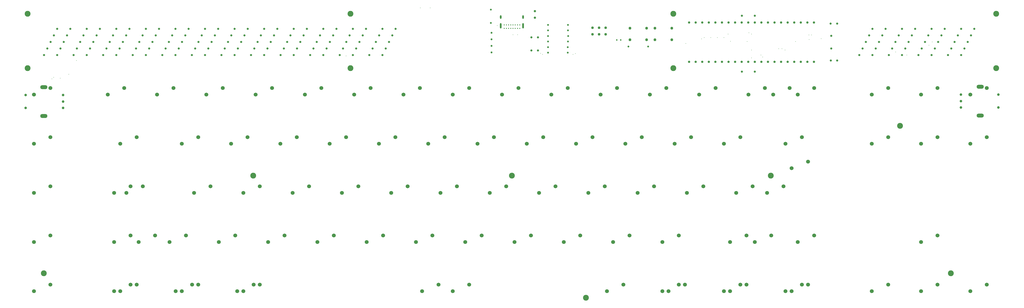
<source format=gbr>
%TF.GenerationSoftware,Altium Limited,Altium Designer,22.1.2 (22)*%
G04 Layer_Color=0*
%FSLAX26Y26*%
%MOIN*%
%TF.SameCoordinates,6AB8E791-3C66-40CF-9B94-9E67D8B32DB7*%
%TF.FilePolarity,Positive*%
%TF.FileFunction,Plated,1,2,PTH,Drill*%
%TF.Part,Single*%
G01*
G75*
%TA.AperFunction,ComponentDrill*%
%ADD88C,0.059000*%
%ADD89C,0.031496*%
%ADD90C,0.039370*%
%ADD91O,0.110236X0.059055*%
%ADD92C,0.089000*%
%ADD93C,0.030000*%
%ADD94C,0.035433*%
%ADD95C,0.031496*%
%ADD96C,0.015748*%
%ADD97O,0.023622X0.082677*%
%ADD98O,0.023622X0.055118*%
%ADD99C,0.027559*%
%ADD100C,0.027559*%
%ADD101C,0.043307*%
%ADD102C,0.040000*%
%ADD103C,0.023622*%
%TA.AperFunction,ViaDrill,NotFilled*%
%ADD104C,0.011811*%
D88*
X8115250Y481000D02*
D03*
X8365250Y581000D02*
D03*
X12709000Y1231000D02*
D03*
X12959000Y1331000D02*
D03*
X13615000D02*
D03*
X13365000Y1231000D02*
D03*
X12335000D02*
D03*
X12585000Y1331000D02*
D03*
X8365236Y3581000D02*
D03*
X8115236Y3481000D02*
D03*
X15240250Y1231000D02*
D03*
X15490250Y1331000D02*
D03*
X13146500Y2081000D02*
D03*
X12896500Y1981000D02*
D03*
X13240250Y3581000D02*
D03*
X12990250Y3481000D02*
D03*
X7896500Y581000D02*
D03*
X7646500Y481000D02*
D03*
X14740250Y3581000D02*
D03*
X14490250Y3481000D02*
D03*
X6115250Y3581000D02*
D03*
X5865250Y3481000D02*
D03*
X13427750Y581000D02*
D03*
X13177750Y481000D02*
D03*
X12490250Y581000D02*
D03*
X12240250Y481000D02*
D03*
X11552750Y581000D02*
D03*
X11302750Y481000D02*
D03*
X5177750Y581000D02*
D03*
X4927750Y481000D02*
D03*
X4240250Y581000D02*
D03*
X3990250Y481000D02*
D03*
X3302750Y581000D02*
D03*
X3052750Y481000D02*
D03*
X16240250Y581000D02*
D03*
X15990250Y481000D02*
D03*
X15490250Y581000D02*
D03*
X15240250Y481000D02*
D03*
X14740250Y581000D02*
D03*
X14490250Y481000D02*
D03*
X13521500Y581000D02*
D03*
X13271500Y481000D02*
D03*
X12584000Y581000D02*
D03*
X12334000Y481000D02*
D03*
X11646500Y581000D02*
D03*
X11396500Y481000D02*
D03*
X10709000Y581000D02*
D03*
X10459000Y481000D02*
D03*
X5084000Y581000D02*
D03*
X4834000Y481000D02*
D03*
X4146500Y581000D02*
D03*
X3896500Y481000D02*
D03*
X3209000Y581000D02*
D03*
X2959000Y481000D02*
D03*
X1990250Y581000D02*
D03*
X1740250Y481000D02*
D03*
X3209000Y1331000D02*
D03*
X2959000Y1231000D02*
D03*
X11552750Y1331000D02*
D03*
X11302750Y1231000D02*
D03*
X10802750Y1331000D02*
D03*
X10552750Y1231000D02*
D03*
X10052750Y1331000D02*
D03*
X9802750Y1231000D02*
D03*
X9302750Y1331000D02*
D03*
X9052750Y1231000D02*
D03*
X8552750Y1331000D02*
D03*
X8302750Y1231000D02*
D03*
X7802750Y1331000D02*
D03*
X7552750Y1231000D02*
D03*
X7052750Y1331000D02*
D03*
X6802750Y1231000D02*
D03*
X6302750Y1331000D02*
D03*
X6052750Y1231000D02*
D03*
X5552750Y1331000D02*
D03*
X5302750Y1231000D02*
D03*
X4802750Y1331000D02*
D03*
X4552750Y1231000D02*
D03*
X4052750Y1331000D02*
D03*
X3802750Y1231000D02*
D03*
X3584000Y1331000D02*
D03*
X3334000Y1231000D02*
D03*
X1990250Y1331000D02*
D03*
X1740250Y1231000D02*
D03*
X13521500Y2456000D02*
D03*
X13271500Y2356000D02*
D03*
X12677750Y2081000D02*
D03*
X12427750Y1981000D02*
D03*
X11927750Y2081000D02*
D03*
X11677750Y1981000D02*
D03*
X11177750Y2081000D02*
D03*
X10927750Y1981000D02*
D03*
X10427750Y2081000D02*
D03*
X10177750Y1981000D02*
D03*
X9677750Y2081000D02*
D03*
X9427750Y1981000D02*
D03*
X8927750Y2081000D02*
D03*
X8677750Y1981000D02*
D03*
X8177750Y2081000D02*
D03*
X7927750Y1981000D02*
D03*
X7427750Y2081000D02*
D03*
X7177750Y1981000D02*
D03*
X6677750Y2081000D02*
D03*
X6427750Y1981000D02*
D03*
X5927750Y2081000D02*
D03*
X5677750Y1981000D02*
D03*
X5177750Y2081000D02*
D03*
X4927750Y1981000D02*
D03*
X4427750Y2081000D02*
D03*
X4177750Y1981000D02*
D03*
X3209000Y2081000D02*
D03*
X3396500D02*
D03*
X3146500Y1981000D02*
D03*
X2959000D02*
D03*
X1990250Y2081000D02*
D03*
X1740250Y1981000D02*
D03*
X16240250Y2831000D02*
D03*
X15990250Y2731000D02*
D03*
X15490250Y2831000D02*
D03*
X15240250Y2731000D02*
D03*
X14740250Y2831000D02*
D03*
X14490250Y2731000D02*
D03*
X13427750Y2831000D02*
D03*
X13177750Y2731000D02*
D03*
X12490250Y2831000D02*
D03*
X12240250Y2731000D02*
D03*
X11740250Y2831000D02*
D03*
X11490250Y2731000D02*
D03*
X10990250Y2831000D02*
D03*
X10740250Y2731000D02*
D03*
X10240250Y2831000D02*
D03*
X9990250Y2731000D02*
D03*
X9490250Y2831000D02*
D03*
X9240250Y2731000D02*
D03*
X8740250Y2831000D02*
D03*
X8490250Y2731000D02*
D03*
X7990250Y2831000D02*
D03*
X7740250Y2731000D02*
D03*
X7240250Y2831000D02*
D03*
X6990250Y2731000D02*
D03*
X6490250Y2831000D02*
D03*
X6240250Y2731000D02*
D03*
X5740250Y2831000D02*
D03*
X5490250Y2731000D02*
D03*
X4990250Y2831000D02*
D03*
X4740250Y2731000D02*
D03*
X4240250Y2831000D02*
D03*
X3990250Y2731000D02*
D03*
X3302750Y2831000D02*
D03*
X3052750Y2731000D02*
D03*
X1990250Y2831000D02*
D03*
X1740250Y2731000D02*
D03*
X16240250Y3581000D02*
D03*
X15990250Y3481000D02*
D03*
X15490250Y3581000D02*
D03*
X15240250Y3481000D02*
D03*
X13615250Y3581000D02*
D03*
X13365250Y3481000D02*
D03*
X12865250Y3581000D02*
D03*
X12615250Y3481000D02*
D03*
X12115250Y3581000D02*
D03*
X11865250Y3481000D02*
D03*
X11365250Y3581000D02*
D03*
X11115250Y3481000D02*
D03*
X10615250Y3581000D02*
D03*
X10365250Y3481000D02*
D03*
X9865250Y3581000D02*
D03*
X9615250Y3481000D02*
D03*
X9115250Y3581000D02*
D03*
X8865250Y3481000D02*
D03*
X7615250Y3581000D02*
D03*
X7365250Y3481000D02*
D03*
X6865250Y3581000D02*
D03*
X6615250Y3481000D02*
D03*
X5365250Y3581000D02*
D03*
X5115250Y3481000D02*
D03*
X4615250Y3581000D02*
D03*
X4365250Y3481000D02*
D03*
X3865250Y3581000D02*
D03*
X3615250Y3481000D02*
D03*
X3115250Y3581000D02*
D03*
X2865250Y3481000D02*
D03*
X1990250Y3581000D02*
D03*
X1740250Y3481000D02*
D03*
D89*
X7045000Y4485000D02*
D03*
X7245000D02*
D03*
X16049999D02*
D03*
X15850000D02*
D03*
X15450000Y4185000D02*
D03*
X15250000D02*
D03*
X15400000Y4085000D02*
D03*
X15200000D02*
D03*
X15150000Y4485000D02*
D03*
X14950000D02*
D03*
X15100000Y4385000D02*
D03*
X14900000D02*
D03*
X15050000Y4285000D02*
D03*
X14850000D02*
D03*
X7195000Y4385000D02*
D03*
X6995000D02*
D03*
X6795000Y4485000D02*
D03*
X6595000D02*
D03*
X4345000Y4085000D02*
D03*
X4145000D02*
D03*
X2645000Y4285000D02*
D03*
X2445000D02*
D03*
X2595000Y4185000D02*
D03*
X2395000D02*
D03*
X2545000Y4085000D02*
D03*
X2345000D02*
D03*
X2295000Y4485000D02*
D03*
X2095000D02*
D03*
X15500000Y4285000D02*
D03*
X15300000D02*
D03*
X15000000Y4185000D02*
D03*
X14800000D02*
D03*
X6595000Y4085000D02*
D03*
X6395000D02*
D03*
X6195000Y4185000D02*
D03*
X5995000D02*
D03*
X5795000Y4285000D02*
D03*
X5595000D02*
D03*
X5395000Y4385000D02*
D03*
X5195000D02*
D03*
X4995000Y4485000D02*
D03*
X4795000D02*
D03*
Y4085000D02*
D03*
X4595000D02*
D03*
X4395000Y4185000D02*
D03*
X4195000D02*
D03*
X3945000D02*
D03*
X3745000D02*
D03*
X3545000Y4285000D02*
D03*
X3345000D02*
D03*
X3145000Y4385000D02*
D03*
X2945000D02*
D03*
X2745000Y4485000D02*
D03*
X2545000D02*
D03*
X2695000Y4385000D02*
D03*
X2495000D02*
D03*
X2245000D02*
D03*
X2045000D02*
D03*
X14950000Y4085000D02*
D03*
X14750000D02*
D03*
X7045000D02*
D03*
X6845000D02*
D03*
X6645000Y4185000D02*
D03*
X6445000D02*
D03*
X6245000Y4285000D02*
D03*
X6045000D02*
D03*
X5845000Y4385000D02*
D03*
X5645000D02*
D03*
X5445000Y4485000D02*
D03*
X5245000D02*
D03*
Y4085000D02*
D03*
X5045000D02*
D03*
X4845000Y4185000D02*
D03*
X4645000D02*
D03*
X4445000Y4285000D02*
D03*
X4245000D02*
D03*
X3995000D02*
D03*
X3795000D02*
D03*
X3595000Y4385000D02*
D03*
X3395000D02*
D03*
X3195000Y4485000D02*
D03*
X2995000D02*
D03*
Y4085000D02*
D03*
X2795000D02*
D03*
X2195000Y4285000D02*
D03*
X1995000D02*
D03*
X15850000Y4085000D02*
D03*
X15650000D02*
D03*
X15600000Y4485000D02*
D03*
X15400000D02*
D03*
X15550000Y4385000D02*
D03*
X15350000D02*
D03*
X14700000Y4485000D02*
D03*
X14500000D02*
D03*
X14650000Y4385000D02*
D03*
X14450000D02*
D03*
X7095000Y4185000D02*
D03*
X6895000D02*
D03*
X6695000Y4285000D02*
D03*
X6495000D02*
D03*
X6295000Y4385000D02*
D03*
X6095000D02*
D03*
X5895000Y4485000D02*
D03*
X5695000D02*
D03*
Y4085000D02*
D03*
X5495000D02*
D03*
X5295000Y4185000D02*
D03*
X5095000D02*
D03*
X4895000Y4285000D02*
D03*
X4695000D02*
D03*
X4495000Y4385000D02*
D03*
X4295000D02*
D03*
X4045000D02*
D03*
X3845000D02*
D03*
X3645000Y4485000D02*
D03*
X3445000D02*
D03*
Y4085000D02*
D03*
X3245000D02*
D03*
X3045000Y4185000D02*
D03*
X2845000D02*
D03*
X2145000D02*
D03*
X1945000D02*
D03*
X16000000Y4385000D02*
D03*
X15800000D02*
D03*
X15950000Y4285000D02*
D03*
X15750000D02*
D03*
X15900000Y4185000D02*
D03*
X15700000D02*
D03*
X14550000D02*
D03*
X14350000D02*
D03*
X14500000Y4085000D02*
D03*
X14300000D02*
D03*
X14600000Y4285000D02*
D03*
X14400000D02*
D03*
X7145000D02*
D03*
X6945000D02*
D03*
X6745000Y4385000D02*
D03*
X6545000D02*
D03*
X6345000Y4485000D02*
D03*
X6145000D02*
D03*
Y4085000D02*
D03*
X5945000D02*
D03*
X5745000Y4185000D02*
D03*
X5545000D02*
D03*
X5345000Y4285000D02*
D03*
X5145000D02*
D03*
X4945000Y4385000D02*
D03*
X4745000D02*
D03*
X4545000Y4485000D02*
D03*
X4345000D02*
D03*
X4095000D02*
D03*
X3895000D02*
D03*
Y4085000D02*
D03*
X3695000D02*
D03*
X3495000Y4185000D02*
D03*
X3295000D02*
D03*
X3095000Y4285000D02*
D03*
X2895000D02*
D03*
X2095000Y4085000D02*
D03*
X1895000D02*
D03*
X13963426Y4565000D02*
D03*
X13865000D02*
D03*
X13965000Y4000000D02*
D03*
X13866574D02*
D03*
X12710000Y4685000D02*
D03*
X12513150D02*
D03*
X12711850Y3830000D02*
D03*
X12515000D02*
D03*
D90*
X2185276Y3276102D02*
D03*
Y3374528D02*
D03*
Y3472953D02*
D03*
X1614409Y3276102D02*
D03*
X1614409Y3472953D02*
D03*
X16417000Y3282000D02*
D03*
X15846134D02*
D03*
Y3380426D02*
D03*
X16417000Y3478850D02*
D03*
X15846134D02*
D03*
D91*
X1890000Y3154055D02*
D03*
Y3595000D02*
D03*
X16141411Y3159954D02*
D03*
Y3600898D02*
D03*
D92*
X9015000Y2245000D02*
D03*
X5077992D02*
D03*
X12952008D02*
D03*
X14920512Y3005000D02*
D03*
X1645000Y3885000D02*
D03*
Y4715000D02*
D03*
X16385000Y3885000D02*
D03*
X11471654D02*
D03*
X6558330Y4715000D02*
D03*
Y3885000D02*
D03*
X1890000Y755000D02*
D03*
X10140000Y380000D02*
D03*
X15695000Y755000D02*
D03*
X11471660Y4715000D02*
D03*
X16385000Y4712500D02*
D03*
D93*
X8703976Y4125000D02*
D03*
Y4225000D02*
D03*
Y4325000D02*
D03*
Y4425000D02*
D03*
D94*
X12010000Y3980000D02*
D03*
X11910000D02*
D03*
X11810000D02*
D03*
X11710000D02*
D03*
X12410000D02*
D03*
X12310000D02*
D03*
X12210000D02*
D03*
X12110000D02*
D03*
X11710000Y4580000D02*
D03*
X11910000D02*
D03*
X11810000D02*
D03*
X12410000D02*
D03*
X12110000D02*
D03*
X12010000D02*
D03*
X12310000D02*
D03*
X12210000D02*
D03*
X12910000Y3980000D02*
D03*
X13110000D02*
D03*
X13010000D02*
D03*
X12610000D02*
D03*
X12510000D02*
D03*
X12810000D02*
D03*
X12710000D02*
D03*
X13410000D02*
D03*
X13610000D02*
D03*
X13510000D02*
D03*
X13310000D02*
D03*
X13210000D02*
D03*
X12910000Y4580000D02*
D03*
X12610000D02*
D03*
X12510000D02*
D03*
X12810000D02*
D03*
X12710000D02*
D03*
X13410000D02*
D03*
X13610000D02*
D03*
X13510000D02*
D03*
X13110000D02*
D03*
X13010000D02*
D03*
X13310000D02*
D03*
X13210000D02*
D03*
X9365000Y4755000D02*
D03*
Y4655000D02*
D03*
D95*
X13875000Y4185000D02*
D03*
Y4377126D02*
D03*
X9310000Y4355000D02*
D03*
Y4155000D02*
D03*
X9410000Y4355000D02*
D03*
Y4155000D02*
D03*
D96*
X9031732Y4491536D02*
D03*
X8998268D02*
D03*
X9098662Y4544686D02*
D03*
X9132126D02*
D03*
X9065196D02*
D03*
X8964804D02*
D03*
X9031732D02*
D03*
X8998268D02*
D03*
X9132126Y4491536D02*
D03*
X8964804D02*
D03*
X9098662D02*
D03*
X9065196D02*
D03*
X8931338Y4544686D02*
D03*
X8897874Y4491536D02*
D03*
Y4544686D02*
D03*
X8931338Y4491536D02*
D03*
D97*
X9185276Y4530118D02*
D03*
X8844724D02*
D03*
D98*
X9185276Y4663190D02*
D03*
X8844724D02*
D03*
D99*
X9865000Y4120000D02*
D03*
X9565000D02*
D03*
X9870000Y4375000D02*
D03*
X9565000D02*
D03*
X9867500Y4290000D02*
D03*
X9565000D02*
D03*
X9865000Y4205000D02*
D03*
X9565000D02*
D03*
X9867000Y4545000D02*
D03*
X9565000D02*
D03*
X9867000Y4460000D02*
D03*
X9565000Y4460000D02*
D03*
X11087000Y4214000D02*
D03*
X10787000D02*
D03*
D100*
X8695000Y4775394D02*
D03*
Y4574606D02*
D03*
D101*
X11065000Y4495000D02*
D03*
Y4317834D02*
D03*
X10809094Y4495000D02*
D03*
Y4317834D02*
D03*
X11445906Y4495001D02*
D03*
Y4317834D02*
D03*
X11190000Y4495001D02*
D03*
Y4317834D02*
D03*
D102*
X10440000Y4500000D02*
D03*
X10340000Y4500000D02*
D03*
X10440000Y4400000D02*
D03*
X10340000Y4400000D02*
D03*
X10240000Y4500000D02*
D03*
X10240000Y4400000D02*
D03*
D103*
X10670000Y4315000D02*
D03*
X10610944D02*
D03*
D104*
X15360000Y4235000D02*
D03*
X15025000Y4085000D02*
D03*
X15410000Y4285000D02*
D03*
X2270000Y3790000D02*
D03*
X7620000Y4805000D02*
D03*
X7770000D02*
D03*
X2015000Y3720000D02*
D03*
X2040000Y3745000D02*
D03*
X2140000Y3730000D02*
D03*
X9100000Y4395000D02*
D03*
X9030000D02*
D03*
X13721778Y4332817D02*
D03*
X13170000Y4160000D02*
D03*
X11900000Y4330000D02*
D03*
X12594599Y4291569D02*
D03*
X12620000Y4425000D02*
D03*
X12305000Y4405000D02*
D03*
X13575000Y4390000D02*
D03*
X13535000D02*
D03*
X12660000Y4405000D02*
D03*
X13330000Y4290000D02*
D03*
X13535423Y4320423D02*
D03*
X12340000Y4295000D02*
D03*
X13075000Y4180000D02*
D03*
X13125000D02*
D03*
X12660000Y4160000D02*
D03*
Y4040000D02*
D03*
X12240000Y4350000D02*
D03*
X12140000D02*
D03*
X12040000D02*
D03*
X11939936Y4350064D02*
D03*
X11660000Y4260000D02*
D03*
X12830000Y4055000D02*
D03*
X12804738Y4084625D02*
D03*
X9980000Y4106811D02*
D03*
X9450000Y4110000D02*
D03*
X9945000Y4095000D02*
D03*
X9480000D02*
D03*
X14855000Y4130000D02*
D03*
X8790000Y4535000D02*
D03*
X6490000Y4070000D02*
D03*
X2387000Y4000189D02*
D03*
%TF.MD5,0d83b72a47f264bfd7cd80bc6a772b66*%
M02*

</source>
